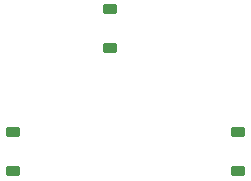
<source format=gbp>
G04 #@! TF.GenerationSoftware,KiCad,Pcbnew,8.0.7*
G04 #@! TF.CreationDate,2024-12-28T18:40:06+08:00*
G04 #@! TF.ProjectId,macroknob,6d616372-6f6b-46e6-9f62-2e6b69636164,rev?*
G04 #@! TF.SameCoordinates,Original*
G04 #@! TF.FileFunction,Paste,Bot*
G04 #@! TF.FilePolarity,Positive*
%FSLAX46Y46*%
G04 Gerber Fmt 4.6, Leading zero omitted, Abs format (unit mm)*
G04 Created by KiCad (PCBNEW 8.0.7) date 2024-12-28 18:40:06*
%MOMM*%
%LPD*%
G01*
G04 APERTURE LIST*
G04 Aperture macros list*
%AMRoundRect*
0 Rectangle with rounded corners*
0 $1 Rounding radius*
0 $2 $3 $4 $5 $6 $7 $8 $9 X,Y pos of 4 corners*
0 Add a 4 corners polygon primitive as box body*
4,1,4,$2,$3,$4,$5,$6,$7,$8,$9,$2,$3,0*
0 Add four circle primitives for the rounded corners*
1,1,$1+$1,$2,$3*
1,1,$1+$1,$4,$5*
1,1,$1+$1,$6,$7*
1,1,$1+$1,$8,$9*
0 Add four rect primitives between the rounded corners*
20,1,$1+$1,$2,$3,$4,$5,0*
20,1,$1+$1,$4,$5,$6,$7,0*
20,1,$1+$1,$6,$7,$8,$9,0*
20,1,$1+$1,$8,$9,$2,$3,0*%
G04 Aperture macros list end*
%ADD10RoundRect,0.225000X0.375000X-0.225000X0.375000X0.225000X-0.375000X0.225000X-0.375000X-0.225000X0*%
%ADD11RoundRect,0.225000X-0.375000X0.225000X-0.375000X-0.225000X0.375000X-0.225000X0.375000X0.225000X0*%
G04 APERTURE END LIST*
D10*
X109810964Y-49655073D03*
X109810964Y-46355073D03*
D11*
X120650000Y-56770000D03*
X120650000Y-60070000D03*
X101600000Y-56770000D03*
X101600000Y-60070000D03*
M02*

</source>
